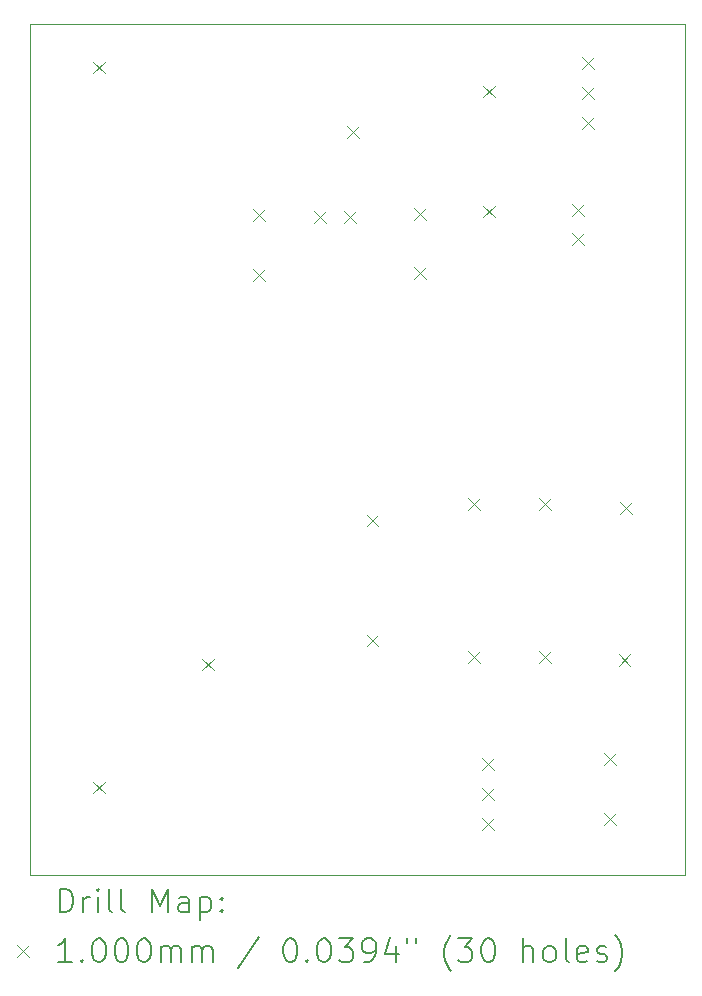
<source format=gbr>
%TF.GenerationSoftware,KiCad,Pcbnew,(6.0.7)*%
%TF.CreationDate,2023-01-18T17:05:45-05:00*%
%TF.ProjectId,Inductor Saturation Test,496e6475-6374-46f7-9220-536174757261,rev?*%
%TF.SameCoordinates,Original*%
%TF.FileFunction,Drillmap*%
%TF.FilePolarity,Positive*%
%FSLAX45Y45*%
G04 Gerber Fmt 4.5, Leading zero omitted, Abs format (unit mm)*
G04 Created by KiCad (PCBNEW (6.0.7)) date 2023-01-18 17:05:45*
%MOMM*%
%LPD*%
G01*
G04 APERTURE LIST*
%ADD10C,0.100000*%
%ADD11C,0.200000*%
G04 APERTURE END LIST*
D10*
X14401800Y-2635250D02*
X8851900Y-2635250D01*
X8851900Y-2635250D02*
X8851900Y-9842500D01*
X8851900Y-9842500D02*
X14401800Y-9842500D01*
X14401800Y-9842500D02*
X14401800Y-2635250D01*
D11*
D10*
X9386100Y-2953550D02*
X9486100Y-3053550D01*
X9486100Y-2953550D02*
X9386100Y-3053550D01*
X9386100Y-9049550D02*
X9486100Y-9149550D01*
X9486100Y-9049550D02*
X9386100Y-9149550D01*
X10313200Y-8008150D02*
X10413200Y-8108150D01*
X10413200Y-8008150D02*
X10313200Y-8108150D01*
X10745000Y-4204500D02*
X10845000Y-4304500D01*
X10845000Y-4204500D02*
X10745000Y-4304500D01*
X10745000Y-4712500D02*
X10845000Y-4812500D01*
X10845000Y-4712500D02*
X10745000Y-4812500D01*
X11258850Y-4217200D02*
X11358850Y-4317200D01*
X11358850Y-4217200D02*
X11258850Y-4317200D01*
X11512850Y-4217200D02*
X11612850Y-4317200D01*
X11612850Y-4217200D02*
X11512850Y-4317200D01*
X11538750Y-3499650D02*
X11638750Y-3599650D01*
X11638750Y-3499650D02*
X11538750Y-3599650D01*
X11703850Y-6788950D02*
X11803850Y-6888950D01*
X11803850Y-6788950D02*
X11703850Y-6888950D01*
X11703850Y-7804950D02*
X11803850Y-7904950D01*
X11803850Y-7804950D02*
X11703850Y-7904950D01*
X12103900Y-4195800D02*
X12203900Y-4295800D01*
X12203900Y-4195800D02*
X12103900Y-4295800D01*
X12103900Y-4695800D02*
X12203900Y-4795800D01*
X12203900Y-4695800D02*
X12103900Y-4795800D01*
X12565900Y-6646950D02*
X12665900Y-6746950D01*
X12665900Y-6646950D02*
X12565900Y-6746950D01*
X12565900Y-7946950D02*
X12665900Y-8046950D01*
X12665900Y-7946950D02*
X12565900Y-8046950D01*
X12681750Y-8852700D02*
X12781750Y-8952700D01*
X12781750Y-8852700D02*
X12681750Y-8952700D01*
X12681750Y-9106700D02*
X12781750Y-9206700D01*
X12781750Y-9106700D02*
X12681750Y-9206700D01*
X12681750Y-9360700D02*
X12781750Y-9460700D01*
X12781750Y-9360700D02*
X12681750Y-9460700D01*
X12688100Y-3156750D02*
X12788100Y-3256750D01*
X12788100Y-3156750D02*
X12688100Y-3256750D01*
X12688100Y-4172750D02*
X12788100Y-4272750D01*
X12788100Y-4172750D02*
X12688100Y-4272750D01*
X13165900Y-6646950D02*
X13265900Y-6746950D01*
X13265900Y-6646950D02*
X13165900Y-6746950D01*
X13165900Y-7946950D02*
X13265900Y-8046950D01*
X13265900Y-7946950D02*
X13165900Y-8046950D01*
X13443750Y-4159085D02*
X13543750Y-4259085D01*
X13543750Y-4159085D02*
X13443750Y-4259085D01*
X13443750Y-4409085D02*
X13543750Y-4509085D01*
X13543750Y-4409085D02*
X13443750Y-4509085D01*
X13526300Y-2913950D02*
X13626300Y-3013950D01*
X13626300Y-2913950D02*
X13526300Y-3013950D01*
X13526300Y-3167950D02*
X13626300Y-3267950D01*
X13626300Y-3167950D02*
X13526300Y-3267950D01*
X13526300Y-3421950D02*
X13626300Y-3521950D01*
X13626300Y-3421950D02*
X13526300Y-3521950D01*
X13716800Y-8808250D02*
X13816800Y-8908250D01*
X13816800Y-8808250D02*
X13716800Y-8908250D01*
X13716800Y-9316250D02*
X13816800Y-9416250D01*
X13816800Y-9316250D02*
X13716800Y-9416250D01*
X13837450Y-7970050D02*
X13937450Y-8070050D01*
X13937450Y-7970050D02*
X13837450Y-8070050D01*
X13850150Y-6681000D02*
X13950150Y-6781000D01*
X13950150Y-6681000D02*
X13850150Y-6781000D01*
D11*
X9104519Y-10157976D02*
X9104519Y-9957976D01*
X9152138Y-9957976D01*
X9180710Y-9967500D01*
X9199757Y-9986548D01*
X9209281Y-10005595D01*
X9218805Y-10043690D01*
X9218805Y-10072262D01*
X9209281Y-10110357D01*
X9199757Y-10129405D01*
X9180710Y-10148452D01*
X9152138Y-10157976D01*
X9104519Y-10157976D01*
X9304519Y-10157976D02*
X9304519Y-10024643D01*
X9304519Y-10062738D02*
X9314043Y-10043690D01*
X9323567Y-10034167D01*
X9342614Y-10024643D01*
X9361662Y-10024643D01*
X9428329Y-10157976D02*
X9428329Y-10024643D01*
X9428329Y-9957976D02*
X9418805Y-9967500D01*
X9428329Y-9977024D01*
X9437852Y-9967500D01*
X9428329Y-9957976D01*
X9428329Y-9977024D01*
X9552138Y-10157976D02*
X9533090Y-10148452D01*
X9523567Y-10129405D01*
X9523567Y-9957976D01*
X9656900Y-10157976D02*
X9637852Y-10148452D01*
X9628329Y-10129405D01*
X9628329Y-9957976D01*
X9885471Y-10157976D02*
X9885471Y-9957976D01*
X9952138Y-10100833D01*
X10018805Y-9957976D01*
X10018805Y-10157976D01*
X10199757Y-10157976D02*
X10199757Y-10053214D01*
X10190233Y-10034167D01*
X10171186Y-10024643D01*
X10133090Y-10024643D01*
X10114043Y-10034167D01*
X10199757Y-10148452D02*
X10180710Y-10157976D01*
X10133090Y-10157976D01*
X10114043Y-10148452D01*
X10104519Y-10129405D01*
X10104519Y-10110357D01*
X10114043Y-10091310D01*
X10133090Y-10081786D01*
X10180710Y-10081786D01*
X10199757Y-10072262D01*
X10294995Y-10024643D02*
X10294995Y-10224643D01*
X10294995Y-10034167D02*
X10314043Y-10024643D01*
X10352138Y-10024643D01*
X10371186Y-10034167D01*
X10380710Y-10043690D01*
X10390233Y-10062738D01*
X10390233Y-10119881D01*
X10380710Y-10138929D01*
X10371186Y-10148452D01*
X10352138Y-10157976D01*
X10314043Y-10157976D01*
X10294995Y-10148452D01*
X10475948Y-10138929D02*
X10485471Y-10148452D01*
X10475948Y-10157976D01*
X10466424Y-10148452D01*
X10475948Y-10138929D01*
X10475948Y-10157976D01*
X10475948Y-10034167D02*
X10485471Y-10043690D01*
X10475948Y-10053214D01*
X10466424Y-10043690D01*
X10475948Y-10034167D01*
X10475948Y-10053214D01*
D10*
X8746900Y-10437500D02*
X8846900Y-10537500D01*
X8846900Y-10437500D02*
X8746900Y-10537500D01*
D11*
X9209281Y-10577976D02*
X9094995Y-10577976D01*
X9152138Y-10577976D02*
X9152138Y-10377976D01*
X9133090Y-10406548D01*
X9114043Y-10425595D01*
X9094995Y-10435119D01*
X9294995Y-10558929D02*
X9304519Y-10568452D01*
X9294995Y-10577976D01*
X9285471Y-10568452D01*
X9294995Y-10558929D01*
X9294995Y-10577976D01*
X9428329Y-10377976D02*
X9447376Y-10377976D01*
X9466424Y-10387500D01*
X9475948Y-10397024D01*
X9485471Y-10416071D01*
X9494995Y-10454167D01*
X9494995Y-10501786D01*
X9485471Y-10539881D01*
X9475948Y-10558929D01*
X9466424Y-10568452D01*
X9447376Y-10577976D01*
X9428329Y-10577976D01*
X9409281Y-10568452D01*
X9399757Y-10558929D01*
X9390233Y-10539881D01*
X9380710Y-10501786D01*
X9380710Y-10454167D01*
X9390233Y-10416071D01*
X9399757Y-10397024D01*
X9409281Y-10387500D01*
X9428329Y-10377976D01*
X9618805Y-10377976D02*
X9637852Y-10377976D01*
X9656900Y-10387500D01*
X9666424Y-10397024D01*
X9675948Y-10416071D01*
X9685471Y-10454167D01*
X9685471Y-10501786D01*
X9675948Y-10539881D01*
X9666424Y-10558929D01*
X9656900Y-10568452D01*
X9637852Y-10577976D01*
X9618805Y-10577976D01*
X9599757Y-10568452D01*
X9590233Y-10558929D01*
X9580710Y-10539881D01*
X9571186Y-10501786D01*
X9571186Y-10454167D01*
X9580710Y-10416071D01*
X9590233Y-10397024D01*
X9599757Y-10387500D01*
X9618805Y-10377976D01*
X9809281Y-10377976D02*
X9828329Y-10377976D01*
X9847376Y-10387500D01*
X9856900Y-10397024D01*
X9866424Y-10416071D01*
X9875948Y-10454167D01*
X9875948Y-10501786D01*
X9866424Y-10539881D01*
X9856900Y-10558929D01*
X9847376Y-10568452D01*
X9828329Y-10577976D01*
X9809281Y-10577976D01*
X9790233Y-10568452D01*
X9780710Y-10558929D01*
X9771186Y-10539881D01*
X9761662Y-10501786D01*
X9761662Y-10454167D01*
X9771186Y-10416071D01*
X9780710Y-10397024D01*
X9790233Y-10387500D01*
X9809281Y-10377976D01*
X9961662Y-10577976D02*
X9961662Y-10444643D01*
X9961662Y-10463690D02*
X9971186Y-10454167D01*
X9990233Y-10444643D01*
X10018805Y-10444643D01*
X10037852Y-10454167D01*
X10047376Y-10473214D01*
X10047376Y-10577976D01*
X10047376Y-10473214D02*
X10056900Y-10454167D01*
X10075948Y-10444643D01*
X10104519Y-10444643D01*
X10123567Y-10454167D01*
X10133090Y-10473214D01*
X10133090Y-10577976D01*
X10228329Y-10577976D02*
X10228329Y-10444643D01*
X10228329Y-10463690D02*
X10237852Y-10454167D01*
X10256900Y-10444643D01*
X10285471Y-10444643D01*
X10304519Y-10454167D01*
X10314043Y-10473214D01*
X10314043Y-10577976D01*
X10314043Y-10473214D02*
X10323567Y-10454167D01*
X10342614Y-10444643D01*
X10371186Y-10444643D01*
X10390233Y-10454167D01*
X10399757Y-10473214D01*
X10399757Y-10577976D01*
X10790233Y-10368452D02*
X10618805Y-10625595D01*
X11047376Y-10377976D02*
X11066424Y-10377976D01*
X11085471Y-10387500D01*
X11094995Y-10397024D01*
X11104519Y-10416071D01*
X11114043Y-10454167D01*
X11114043Y-10501786D01*
X11104519Y-10539881D01*
X11094995Y-10558929D01*
X11085471Y-10568452D01*
X11066424Y-10577976D01*
X11047376Y-10577976D01*
X11028329Y-10568452D01*
X11018805Y-10558929D01*
X11009281Y-10539881D01*
X10999757Y-10501786D01*
X10999757Y-10454167D01*
X11009281Y-10416071D01*
X11018805Y-10397024D01*
X11028329Y-10387500D01*
X11047376Y-10377976D01*
X11199757Y-10558929D02*
X11209281Y-10568452D01*
X11199757Y-10577976D01*
X11190233Y-10568452D01*
X11199757Y-10558929D01*
X11199757Y-10577976D01*
X11333090Y-10377976D02*
X11352138Y-10377976D01*
X11371186Y-10387500D01*
X11380709Y-10397024D01*
X11390233Y-10416071D01*
X11399757Y-10454167D01*
X11399757Y-10501786D01*
X11390233Y-10539881D01*
X11380709Y-10558929D01*
X11371186Y-10568452D01*
X11352138Y-10577976D01*
X11333090Y-10577976D01*
X11314043Y-10568452D01*
X11304519Y-10558929D01*
X11294995Y-10539881D01*
X11285471Y-10501786D01*
X11285471Y-10454167D01*
X11294995Y-10416071D01*
X11304519Y-10397024D01*
X11314043Y-10387500D01*
X11333090Y-10377976D01*
X11466424Y-10377976D02*
X11590233Y-10377976D01*
X11523567Y-10454167D01*
X11552138Y-10454167D01*
X11571186Y-10463690D01*
X11580709Y-10473214D01*
X11590233Y-10492262D01*
X11590233Y-10539881D01*
X11580709Y-10558929D01*
X11571186Y-10568452D01*
X11552138Y-10577976D01*
X11494995Y-10577976D01*
X11475948Y-10568452D01*
X11466424Y-10558929D01*
X11685471Y-10577976D02*
X11723567Y-10577976D01*
X11742614Y-10568452D01*
X11752138Y-10558929D01*
X11771186Y-10530357D01*
X11780709Y-10492262D01*
X11780709Y-10416071D01*
X11771186Y-10397024D01*
X11761662Y-10387500D01*
X11742614Y-10377976D01*
X11704519Y-10377976D01*
X11685471Y-10387500D01*
X11675948Y-10397024D01*
X11666424Y-10416071D01*
X11666424Y-10463690D01*
X11675948Y-10482738D01*
X11685471Y-10492262D01*
X11704519Y-10501786D01*
X11742614Y-10501786D01*
X11761662Y-10492262D01*
X11771186Y-10482738D01*
X11780709Y-10463690D01*
X11952138Y-10444643D02*
X11952138Y-10577976D01*
X11904519Y-10368452D02*
X11856900Y-10511310D01*
X11980709Y-10511310D01*
X12047376Y-10377976D02*
X12047376Y-10416071D01*
X12123567Y-10377976D02*
X12123567Y-10416071D01*
X12418805Y-10654167D02*
X12409281Y-10644643D01*
X12390233Y-10616071D01*
X12380709Y-10597024D01*
X12371186Y-10568452D01*
X12361662Y-10520833D01*
X12361662Y-10482738D01*
X12371186Y-10435119D01*
X12380709Y-10406548D01*
X12390233Y-10387500D01*
X12409281Y-10358929D01*
X12418805Y-10349405D01*
X12475948Y-10377976D02*
X12599757Y-10377976D01*
X12533090Y-10454167D01*
X12561662Y-10454167D01*
X12580709Y-10463690D01*
X12590233Y-10473214D01*
X12599757Y-10492262D01*
X12599757Y-10539881D01*
X12590233Y-10558929D01*
X12580709Y-10568452D01*
X12561662Y-10577976D01*
X12504519Y-10577976D01*
X12485471Y-10568452D01*
X12475948Y-10558929D01*
X12723567Y-10377976D02*
X12742614Y-10377976D01*
X12761662Y-10387500D01*
X12771186Y-10397024D01*
X12780709Y-10416071D01*
X12790233Y-10454167D01*
X12790233Y-10501786D01*
X12780709Y-10539881D01*
X12771186Y-10558929D01*
X12761662Y-10568452D01*
X12742614Y-10577976D01*
X12723567Y-10577976D01*
X12704519Y-10568452D01*
X12694995Y-10558929D01*
X12685471Y-10539881D01*
X12675948Y-10501786D01*
X12675948Y-10454167D01*
X12685471Y-10416071D01*
X12694995Y-10397024D01*
X12704519Y-10387500D01*
X12723567Y-10377976D01*
X13028328Y-10577976D02*
X13028328Y-10377976D01*
X13114043Y-10577976D02*
X13114043Y-10473214D01*
X13104519Y-10454167D01*
X13085471Y-10444643D01*
X13056900Y-10444643D01*
X13037852Y-10454167D01*
X13028328Y-10463690D01*
X13237852Y-10577976D02*
X13218805Y-10568452D01*
X13209281Y-10558929D01*
X13199757Y-10539881D01*
X13199757Y-10482738D01*
X13209281Y-10463690D01*
X13218805Y-10454167D01*
X13237852Y-10444643D01*
X13266424Y-10444643D01*
X13285471Y-10454167D01*
X13294995Y-10463690D01*
X13304519Y-10482738D01*
X13304519Y-10539881D01*
X13294995Y-10558929D01*
X13285471Y-10568452D01*
X13266424Y-10577976D01*
X13237852Y-10577976D01*
X13418805Y-10577976D02*
X13399757Y-10568452D01*
X13390233Y-10549405D01*
X13390233Y-10377976D01*
X13571186Y-10568452D02*
X13552138Y-10577976D01*
X13514043Y-10577976D01*
X13494995Y-10568452D01*
X13485471Y-10549405D01*
X13485471Y-10473214D01*
X13494995Y-10454167D01*
X13514043Y-10444643D01*
X13552138Y-10444643D01*
X13571186Y-10454167D01*
X13580709Y-10473214D01*
X13580709Y-10492262D01*
X13485471Y-10511310D01*
X13656900Y-10568452D02*
X13675948Y-10577976D01*
X13714043Y-10577976D01*
X13733090Y-10568452D01*
X13742614Y-10549405D01*
X13742614Y-10539881D01*
X13733090Y-10520833D01*
X13714043Y-10511310D01*
X13685471Y-10511310D01*
X13666424Y-10501786D01*
X13656900Y-10482738D01*
X13656900Y-10473214D01*
X13666424Y-10454167D01*
X13685471Y-10444643D01*
X13714043Y-10444643D01*
X13733090Y-10454167D01*
X13809281Y-10654167D02*
X13818805Y-10644643D01*
X13837852Y-10616071D01*
X13847376Y-10597024D01*
X13856900Y-10568452D01*
X13866424Y-10520833D01*
X13866424Y-10482738D01*
X13856900Y-10435119D01*
X13847376Y-10406548D01*
X13837852Y-10387500D01*
X13818805Y-10358929D01*
X13809281Y-10349405D01*
M02*

</source>
